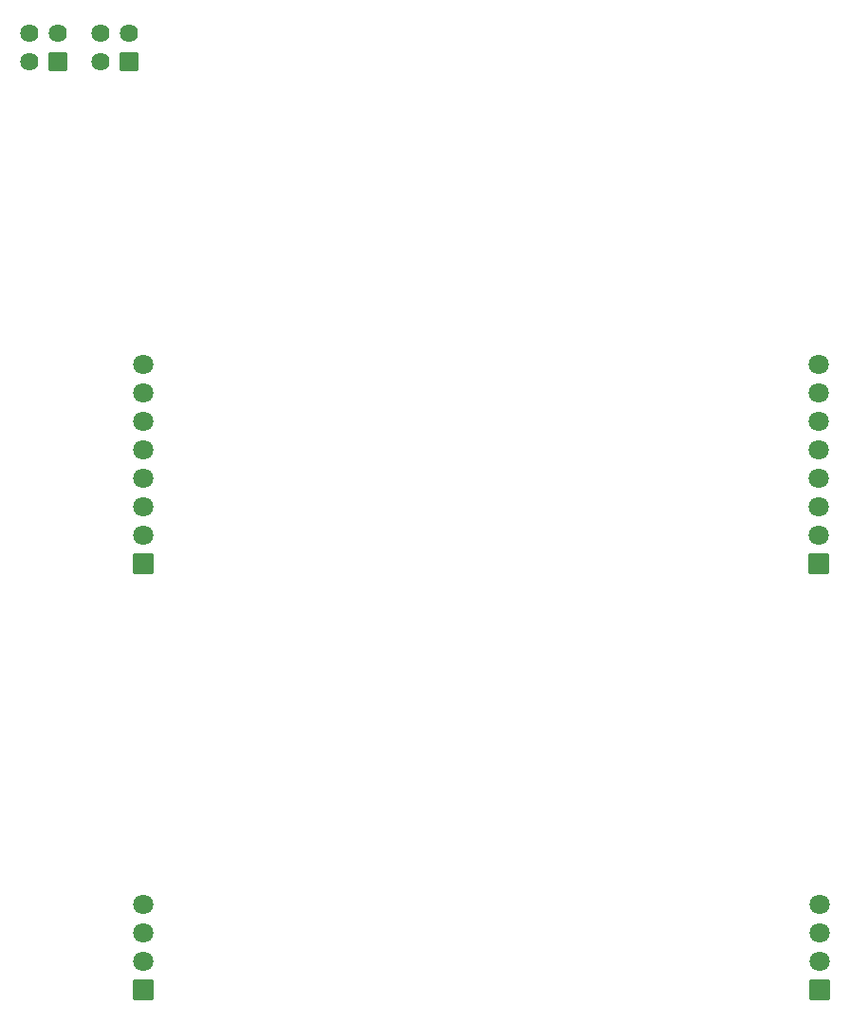
<source format=gbs>
G04 Layer: BottomSolderMaskLayer*
G04 EasyEDA v6.5.34, 2023-09-22 05:33:05*
G04 483193eee7e04f69b81b85979c1b7fa7,5a6b42c53f6a479593ecc07194224c93,10*
G04 Gerber Generator version 0.2*
G04 Scale: 100 percent, Rotated: No, Reflected: No *
G04 Dimensions in millimeters *
G04 leading zeros omitted , absolute positions ,4 integer and 5 decimal *
%FSLAX45Y45*%
%MOMM*%

%AMMACRO1*1,1,$1,$2,$3*1,1,$1,$4,$5*1,1,$1,0-$2,0-$3*1,1,$1,0-$4,0-$5*20,1,$1,$2,$3,$4,$5,0*20,1,$1,$4,$5,0-$2,0-$3,0*20,1,$1,0-$2,0-$3,0-$4,0-$5,0*20,1,$1,0-$4,0-$5,$2,$3,0*4,1,4,$2,$3,$4,$5,0-$2,0-$3,0-$4,0-$5,$2,$3,0*%
%ADD10MACRO1,0.1016X0.762X0.762X-0.762X0.762*%
%ADD11C,1.6256*%
%ADD12MACRO1,0.1016X0.85X-0.85X0.85X0.85*%
%ADD13C,1.8016*%
%ADD14MACRO1,0.1016X0.85X0.85X0.85X-0.85*%

%LPD*%
D10*
G01*
X1397000Y9906000D03*
D11*
G01*
X1397000Y10160000D03*
G01*
X1143000Y9906000D03*
G01*
X1143000Y10160000D03*
D10*
G01*
X762000Y9906000D03*
D11*
G01*
X762000Y10160000D03*
G01*
X508000Y9906000D03*
G01*
X508000Y10160000D03*
D12*
G01*
X7560033Y1625597D03*
D13*
G01*
X7560030Y1879600D03*
G01*
X7560030Y2133600D03*
G01*
X7560030Y2387600D03*
D14*
G01*
X7552895Y5422887D03*
D13*
G01*
X7552893Y5676874D03*
G01*
X7552893Y5930874D03*
G01*
X7552893Y6184874D03*
G01*
X7552893Y6438874D03*
G01*
X7552893Y6692874D03*
G01*
X7552893Y6946874D03*
G01*
X7552893Y7200874D03*
D14*
G01*
X1527497Y5422887D03*
D13*
G01*
X1527505Y5676874D03*
G01*
X1527505Y5930874D03*
G01*
X1527505Y6184874D03*
G01*
X1527505Y6438874D03*
G01*
X1527505Y6692874D03*
G01*
X1527505Y6946874D03*
G01*
X1527505Y7200874D03*
D12*
G01*
X1527500Y1625600D03*
D13*
G01*
X1527505Y1879600D03*
G01*
X1527505Y2133600D03*
G01*
X1527505Y2387600D03*
M02*

</source>
